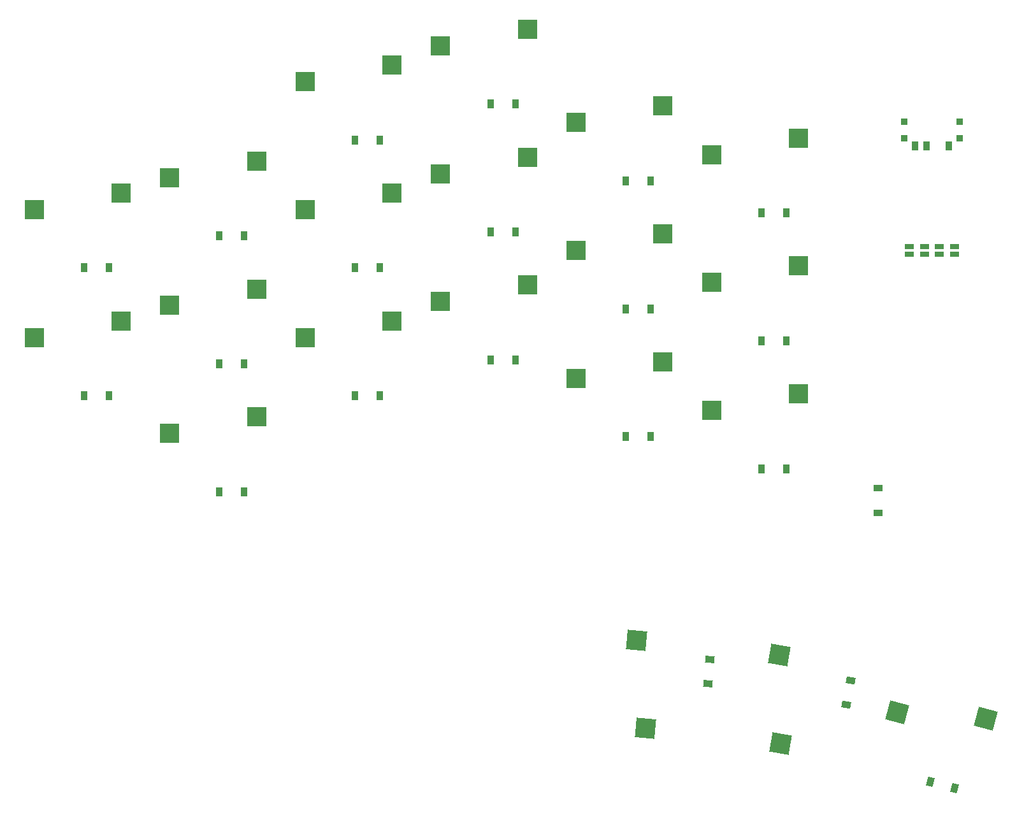
<source format=gbr>
%TF.GenerationSoftware,KiCad,Pcbnew,7.0.1-3b83917a11~171~ubuntu22.04.1*%
%TF.CreationDate,2023-03-24T21:38:12-04:00*%
%TF.ProjectId,whisper,77686973-7065-4722-9e6b-696361645f70,v1.0.0*%
%TF.SameCoordinates,Original*%
%TF.FileFunction,Paste,Top*%
%TF.FilePolarity,Positive*%
%FSLAX46Y46*%
G04 Gerber Fmt 4.6, Leading zero omitted, Abs format (unit mm)*
G04 Created by KiCad (PCBNEW 7.0.1-3b83917a11~171~ubuntu22.04.1) date 2023-03-24 21:38:12*
%MOMM*%
%LPD*%
G01*
G04 APERTURE LIST*
G04 Aperture macros list*
%AMRotRect*
0 Rectangle, with rotation*
0 The origin of the aperture is its center*
0 $1 length*
0 $2 width*
0 $3 Rotation angle, in degrees counterclockwise*
0 Add horizontal line*
21,1,$1,$2,0,0,$3*%
G04 Aperture macros list end*
%ADD10R,0.900000X0.900000*%
%ADD11R,0.900000X1.250000*%
%ADD12RotRect,2.600000X2.600000X85.000000*%
%ADD13R,2.600000X2.600000*%
%ADD14R,0.900000X1.200000*%
%ADD15R,1.143000X0.635000*%
%ADD16RotRect,0.900000X1.200000X265.000000*%
%ADD17RotRect,2.600000X2.600000X80.000000*%
%ADD18RotRect,0.900000X1.200000X260.000000*%
%ADD19R,1.200000X0.900000*%
%ADD20RotRect,2.600000X2.600000X345.000000*%
%ADD21RotRect,0.900000X1.200000X165.000000*%
G04 APERTURE END LIST*
D10*
%TO.C,T1*%
X252691727Y-82731727D03*
X252691727Y-84931727D03*
X260091727Y-82731727D03*
X260091727Y-84931727D03*
D11*
X258641727Y-85906727D03*
X255641727Y-85906727D03*
X254141727Y-85906727D03*
%TD*%
D12*
%TO.C,S18*%
X217149804Y-151650613D03*
X218334783Y-163348404D03*
%TD*%
D13*
%TO.C,S12*%
X220666727Y-114631727D03*
X209116727Y-116831727D03*
%TD*%
D14*
%TO.C,D14*%
X219041727Y-90581727D03*
X215741727Y-90581727D03*
%TD*%
%TO.C,D12*%
X219041727Y-124581727D03*
X215741727Y-124581727D03*
%TD*%
%TO.C,D9*%
X201041727Y-114381727D03*
X197741727Y-114381727D03*
%TD*%
%TO.C,D16*%
X237041727Y-111831727D03*
X233741727Y-111831727D03*
%TD*%
D13*
%TO.C,S5*%
X166666727Y-87941727D03*
X155116727Y-90141727D03*
%TD*%
%TO.C,S2*%
X148666727Y-92191727D03*
X137116727Y-94391727D03*
%TD*%
D14*
%TO.C,D8*%
X183041727Y-85141727D03*
X179741727Y-85141727D03*
%TD*%
D13*
%TO.C,S7*%
X184666727Y-92191727D03*
X173116727Y-94391727D03*
%TD*%
D14*
%TO.C,D2*%
X147041727Y-102141727D03*
X143741727Y-102141727D03*
%TD*%
D13*
%TO.C,S17*%
X238666727Y-84881727D03*
X227116727Y-87081727D03*
%TD*%
D15*
%TO.C,J5*%
X255391727Y-99331347D03*
X255391727Y-100332107D03*
%TD*%
D14*
%TO.C,D10*%
X201041727Y-97381727D03*
X197741727Y-97381727D03*
%TD*%
D13*
%TO.C,S10*%
X202666727Y-87431727D03*
X191116727Y-89631727D03*
%TD*%
%TO.C,S16*%
X238666727Y-101881727D03*
X227116727Y-104081727D03*
%TD*%
D15*
%TO.C,J1*%
X259391727Y-99331347D03*
X259391727Y-100332107D03*
%TD*%
D14*
%TO.C,D6*%
X183041727Y-119141727D03*
X179741727Y-119141727D03*
%TD*%
%TO.C,D7*%
X183041727Y-102141727D03*
X179741727Y-102141727D03*
%TD*%
%TO.C,D15*%
X237041727Y-128831727D03*
X233741727Y-128831727D03*
%TD*%
%TO.C,D3*%
X165041727Y-131891727D03*
X161741727Y-131891727D03*
%TD*%
%TO.C,D1*%
X147041727Y-119141727D03*
X143741727Y-119141727D03*
%TD*%
%TO.C,D5*%
X165041727Y-97891727D03*
X161741727Y-97891727D03*
%TD*%
D13*
%TO.C,S15*%
X238666727Y-118881727D03*
X227116727Y-121081727D03*
%TD*%
D14*
%TO.C,D13*%
X219041727Y-107581727D03*
X215741727Y-107581727D03*
%TD*%
D13*
%TO.C,S9*%
X202666727Y-104431727D03*
X191116727Y-106631727D03*
%TD*%
%TO.C,S8*%
X184666727Y-75191727D03*
X173116727Y-77391727D03*
%TD*%
D15*
%TO.C,J3*%
X257391727Y-99331347D03*
X257391727Y-100332107D03*
%TD*%
D13*
%TO.C,S14*%
X220666727Y-80631727D03*
X209116727Y-82831727D03*
%TD*%
D14*
%TO.C,D4*%
X165041727Y-114891727D03*
X161741727Y-114891727D03*
%TD*%
D16*
%TO.C,D18*%
X226920313Y-154136629D03*
X226632699Y-157424071D03*
%TD*%
D15*
%TO.C,J7*%
X253391727Y-99331347D03*
X253391727Y-100332107D03*
%TD*%
D17*
%TO.C,S19*%
X236108273Y-153622993D03*
X236269213Y-165379548D03*
%TD*%
D18*
%TO.C,D19*%
X245624931Y-156951105D03*
X245051893Y-160200971D03*
%TD*%
D19*
%TO.C,D21*%
X249280000Y-131410000D03*
X249280000Y-134710000D03*
%TD*%
D14*
%TO.C,D17*%
X237041727Y-94831727D03*
X233741727Y-94831727D03*
%TD*%
D13*
%TO.C,S11*%
X202666727Y-70431727D03*
X191116727Y-72631727D03*
%TD*%
%TO.C,S1*%
X148666727Y-109191727D03*
X137116727Y-111391727D03*
%TD*%
%TO.C,S4*%
X166666727Y-104941727D03*
X155116727Y-107141727D03*
%TD*%
D20*
%TO.C,S20*%
X263540095Y-162066481D03*
X251814250Y-161202158D03*
%TD*%
D13*
%TO.C,S3*%
X166666727Y-121941727D03*
X155116727Y-124141727D03*
%TD*%
%TO.C,S13*%
X220666727Y-97631727D03*
X209116727Y-99831727D03*
%TD*%
D14*
%TO.C,D11*%
X201041727Y-80381727D03*
X197741727Y-80381727D03*
%TD*%
D21*
%TO.C,D20*%
X259395217Y-171256861D03*
X256207661Y-170402759D03*
%TD*%
D13*
%TO.C,S6*%
X184666727Y-109191727D03*
X173116727Y-111391727D03*
%TD*%
M02*

</source>
